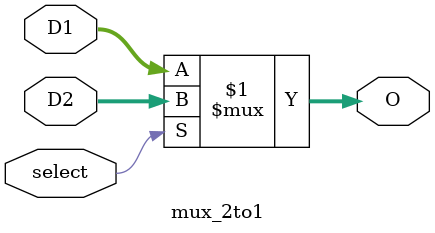
<source format=v>
module mux_2to1 #(parameter W=8)(D1,D2,select,O);
output [(W-1):0]O;
input [(W-1):0]D1;
input [(W-1):0]D2;
input select;
assign O=(select)?D2:D1;
endmodule
</source>
